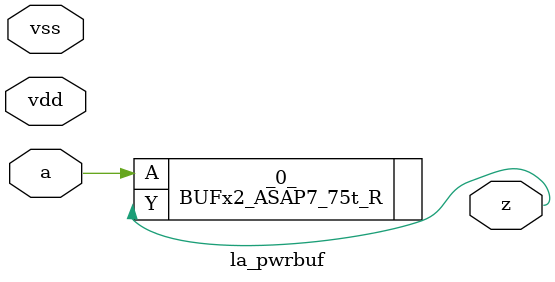
<source format=v>
/* Generated by Yosys 0.37 (git sha1 a5c7f69ed, clang 14.0.0-1ubuntu1.1 -fPIC -Os) */

module la_pwrbuf(vdd, vss, a, z);
  input a;
  wire a;
  input vdd;
  wire vdd;
  input vss;
  wire vss;
  output z;
  wire z;
  BUFx2_ASAP7_75t_R _0_ (
    .A(a),
    .Y(z)
  );
endmodule

</source>
